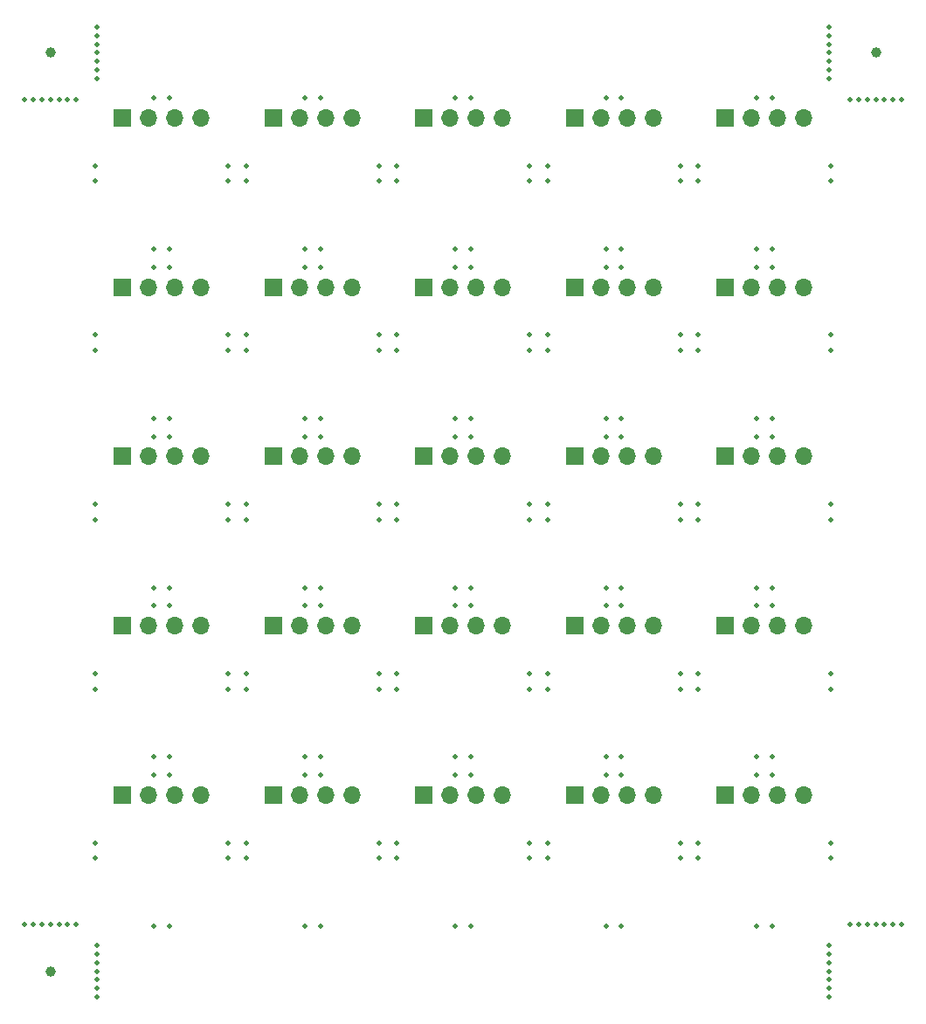
<source format=gbr>
%TF.GenerationSoftware,KiCad,Pcbnew,7.0.6-1.fc38*%
%TF.CreationDate,2023-07-31T16:19:08-04:00*%
%TF.ProjectId,bno085-i2c-board-v4-square-panel,626e6f30-3835-42d6-9932-632d626f6172,rev?*%
%TF.SameCoordinates,Original*%
%TF.FileFunction,Soldermask,Bot*%
%TF.FilePolarity,Negative*%
%FSLAX46Y46*%
G04 Gerber Fmt 4.6, Leading zero omitted, Abs format (unit mm)*
G04 Created by KiCad (PCBNEW 7.0.6-1.fc38) date 2023-07-31 16:19:08*
%MOMM*%
%LPD*%
G01*
G04 APERTURE LIST*
%ADD10C,0.500000*%
%ADD11R,1.700000X1.700000*%
%ADD12O,1.700000X1.700000*%
%ADD13C,1.000000*%
G04 APERTURE END LIST*
D10*
%TO.C,REF\u002A\u002A*%
X56350000Y-6875000D03*
%TD*%
%TO.C,REF\u002A\u002A*%
X41750000Y-39675000D03*
%TD*%
%TO.C,REF\u002A\u002A*%
X63525000Y-13450000D03*
%TD*%
D11*
%TO.C,J5*%
X9500000Y-74400000D03*
D12*
X12040000Y-74400000D03*
X14580000Y-74400000D03*
X17120000Y-74400000D03*
%TD*%
D10*
%TO.C,REF\u002A\u002A*%
X21475284Y-79050005D03*
%TD*%
D11*
%TO.C,J5*%
X24100000Y-8800000D03*
D12*
X26640000Y-8800000D03*
X29180000Y-8800000D03*
X31720000Y-8800000D03*
%TD*%
D10*
%TO.C,REF\u002A\u002A*%
X27150000Y-39675000D03*
%TD*%
%TO.C,REF\u002A\u002A*%
X41750000Y-87125000D03*
%TD*%
%TO.C,REF\u002A\u002A*%
X27150000Y-23275000D03*
%TD*%
%TO.C,REF\u002A\u002A*%
X6875285Y-46250005D03*
%TD*%
%TO.C,REF\u002A\u002A*%
X78000000Y-3333334D03*
%TD*%
%TO.C,REF\u002A\u002A*%
X80000000Y-7000000D03*
%TD*%
D11*
%TO.C,J5*%
X67900000Y-74400000D03*
D12*
X70440000Y-74400000D03*
X72980000Y-74400000D03*
X75520000Y-74400000D03*
%TD*%
D10*
%TO.C,REF\u002A\u002A*%
X27150000Y-54325000D03*
%TD*%
%TO.C,REF\u002A\u002A*%
X43250000Y-87125000D03*
%TD*%
%TO.C,REF\u002A\u002A*%
X6875357Y-80550005D03*
%TD*%
%TO.C,REF\u002A\u002A*%
X28650000Y-56075000D03*
%TD*%
%TO.C,REF\u002A\u002A*%
X80000000Y-87000000D03*
%TD*%
%TO.C,REF\u002A\u002A*%
X78125000Y-64150000D03*
%TD*%
%TO.C,REF\u002A\u002A*%
X50675356Y-80550005D03*
%TD*%
%TO.C,REF\u002A\u002A*%
X14050000Y-6875000D03*
%TD*%
%TO.C,REF\u002A\u002A*%
X0Y-87000000D03*
%TD*%
%TO.C,REF\u002A\u002A*%
X72450000Y-56075000D03*
%TD*%
%TO.C,REF\u002A\u002A*%
X14050000Y-72475000D03*
%TD*%
%TO.C,REF\u002A\u002A*%
X12550000Y-6875000D03*
%TD*%
%TO.C,REF\u002A\u002A*%
X27150000Y-56075000D03*
%TD*%
%TO.C,REF\u002A\u002A*%
X27150000Y-72475000D03*
%TD*%
%TO.C,REF\u002A\u002A*%
X70950000Y-87125000D03*
%TD*%
%TO.C,REF\u002A\u002A*%
X43250000Y-56075000D03*
%TD*%
%TO.C,REF\u002A\u002A*%
X80833333Y-7000000D03*
%TD*%
%TO.C,REF\u002A\u002A*%
X63525000Y-29850000D03*
%TD*%
%TO.C,REF\u002A\u002A*%
X28650000Y-39675000D03*
%TD*%
D11*
%TO.C,J5*%
X53300000Y-8800000D03*
D12*
X55840000Y-8800000D03*
X58380000Y-8800000D03*
X60920000Y-8800000D03*
%TD*%
D10*
%TO.C,REF\u002A\u002A*%
X43250000Y-39675000D03*
%TD*%
%TO.C,REF\u002A\u002A*%
X80833333Y-87000000D03*
%TD*%
%TO.C,REF\u002A\u002A*%
X78000000Y-89000000D03*
%TD*%
%TO.C,REF\u002A\u002A*%
X36075356Y-14950005D03*
%TD*%
%TO.C,REF\u002A\u002A*%
X70950000Y-56075000D03*
%TD*%
%TO.C,REF\u002A\u002A*%
X50675284Y-79050005D03*
%TD*%
%TO.C,REF\u002A\u002A*%
X57850000Y-70725000D03*
%TD*%
%TO.C,REF\u002A\u002A*%
X57850000Y-39675000D03*
%TD*%
%TO.C,REF\u002A\u002A*%
X72450000Y-6875000D03*
%TD*%
%TO.C,REF\u002A\u002A*%
X3333334Y-87000000D03*
%TD*%
%TO.C,REF\u002A\u002A*%
X50675284Y-13450006D03*
%TD*%
D11*
%TO.C,J5*%
X53300000Y-25200000D03*
D12*
X55840000Y-25200000D03*
X58380000Y-25200000D03*
X60920000Y-25200000D03*
%TD*%
D10*
%TO.C,REF\u002A\u002A*%
X12550000Y-37925000D03*
%TD*%
%TO.C,REF\u002A\u002A*%
X43250000Y-23275000D03*
%TD*%
%TO.C,REF\u002A\u002A*%
X65275284Y-46250005D03*
%TD*%
%TO.C,REF\u002A\u002A*%
X83333333Y-7000000D03*
%TD*%
%TO.C,REF\u002A\u002A*%
X4166667Y-87000000D03*
%TD*%
%TO.C,REF\u002A\u002A*%
X48925000Y-64150000D03*
%TD*%
D11*
%TO.C,J5*%
X38700000Y-58000000D03*
D12*
X41240000Y-58000000D03*
X43780000Y-58000000D03*
X46320000Y-58000000D03*
%TD*%
D10*
%TO.C,REF\u002A\u002A*%
X57850000Y-72475000D03*
%TD*%
%TO.C,REF\u002A\u002A*%
X72450000Y-72475000D03*
%TD*%
%TO.C,REF\u002A\u002A*%
X21475356Y-80550005D03*
%TD*%
D11*
%TO.C,J5*%
X67900000Y-25200000D03*
D12*
X70440000Y-25200000D03*
X72980000Y-25200000D03*
X75520000Y-25200000D03*
%TD*%
D10*
%TO.C,REF\u002A\u002A*%
X27150000Y-6875000D03*
%TD*%
%TO.C,REF\u002A\u002A*%
X4166667Y-7000000D03*
%TD*%
%TO.C,REF\u002A\u002A*%
X14050000Y-37925000D03*
%TD*%
%TO.C,REF\u002A\u002A*%
X78000000Y-92333333D03*
%TD*%
%TO.C,REF\u002A\u002A*%
X50675356Y-14950005D03*
%TD*%
%TO.C,REF\u002A\u002A*%
X50675356Y-47750005D03*
%TD*%
%TO.C,REF\u002A\u002A*%
X56350000Y-21525000D03*
%TD*%
D11*
%TO.C,J5*%
X53300000Y-58000000D03*
D12*
X55840000Y-58000000D03*
X58380000Y-58000000D03*
X60920000Y-58000000D03*
%TD*%
D10*
%TO.C,REF\u002A\u002A*%
X82500000Y-7000000D03*
%TD*%
%TO.C,REF\u002A\u002A*%
X12550000Y-70725000D03*
%TD*%
%TO.C,REF\u002A\u002A*%
X7000000Y-5000000D03*
%TD*%
%TO.C,REF\u002A\u002A*%
X27150000Y-70725000D03*
%TD*%
%TO.C,REF\u002A\u002A*%
X833334Y-7000000D03*
%TD*%
%TO.C,REF\u002A\u002A*%
X43250000Y-70725000D03*
%TD*%
%TO.C,REF\u002A\u002A*%
X12550000Y-21525000D03*
%TD*%
%TO.C,REF\u002A\u002A*%
X72450000Y-21525000D03*
%TD*%
%TO.C,REF\u002A\u002A*%
X56350000Y-72475000D03*
%TD*%
D11*
%TO.C,J5*%
X24100000Y-74400000D03*
D12*
X26640000Y-74400000D03*
X29180000Y-74400000D03*
X31720000Y-74400000D03*
%TD*%
D10*
%TO.C,REF\u002A\u002A*%
X57850000Y-54325000D03*
%TD*%
%TO.C,REF\u002A\u002A*%
X28650000Y-21525000D03*
%TD*%
%TO.C,REF\u002A\u002A*%
X57850000Y-56075000D03*
%TD*%
%TO.C,REF\u002A\u002A*%
X14050000Y-39675000D03*
%TD*%
%TO.C,REF\u002A\u002A*%
X19725000Y-29850000D03*
%TD*%
%TO.C,REF\u002A\u002A*%
X7000000Y-4166667D03*
%TD*%
%TO.C,REF\u002A\u002A*%
X12550000Y-23275000D03*
%TD*%
%TO.C,REF\u002A\u002A*%
X48925000Y-31350000D03*
%TD*%
%TO.C,REF\u002A\u002A*%
X28650000Y-54325000D03*
%TD*%
%TO.C,REF\u002A\u002A*%
X27150000Y-87125000D03*
%TD*%
%TO.C,REF\u002A\u002A*%
X28650000Y-37925000D03*
%TD*%
%TO.C,REF\u002A\u002A*%
X56350000Y-56075000D03*
%TD*%
%TO.C,REF\u002A\u002A*%
X7000000Y-89833333D03*
%TD*%
%TO.C,REF\u002A\u002A*%
X7000000Y-90666666D03*
%TD*%
%TO.C,REF\u002A\u002A*%
X14050000Y-56075000D03*
%TD*%
%TO.C,REF\u002A\u002A*%
X43250000Y-37925000D03*
%TD*%
%TO.C,REF\u002A\u002A*%
X78000000Y-5000000D03*
%TD*%
%TO.C,REF\u002A\u002A*%
X56350000Y-37925000D03*
%TD*%
%TO.C,REF\u002A\u002A*%
X21475284Y-62650005D03*
%TD*%
%TO.C,REF\u002A\u002A*%
X21475356Y-64150005D03*
%TD*%
%TO.C,REF\u002A\u002A*%
X57850000Y-6875000D03*
%TD*%
%TO.C,REF\u002A\u002A*%
X78125000Y-14950000D03*
%TD*%
%TO.C,REF\u002A\u002A*%
X48925000Y-14950000D03*
%TD*%
%TO.C,REF\u002A\u002A*%
X78000000Y-4166667D03*
%TD*%
%TO.C,REF\u002A\u002A*%
X21475284Y-29850005D03*
%TD*%
%TO.C,REF\u002A\u002A*%
X7000000Y-89000000D03*
%TD*%
%TO.C,REF\u002A\u002A*%
X78000000Y-89833333D03*
%TD*%
%TO.C,REF\u002A\u002A*%
X12550000Y-56075000D03*
%TD*%
%TO.C,REF\u002A\u002A*%
X48925000Y-80550000D03*
%TD*%
%TO.C,REF\u002A\u002A*%
X27150000Y-21525000D03*
%TD*%
%TO.C,REF\u002A\u002A*%
X57850000Y-37925000D03*
%TD*%
%TO.C,REF\u002A\u002A*%
X28650000Y-87125000D03*
%TD*%
%TO.C,REF\u002A\u002A*%
X65275356Y-31350005D03*
%TD*%
%TO.C,REF\u002A\u002A*%
X70950000Y-70725000D03*
%TD*%
D11*
%TO.C,J5*%
X67900000Y-8800000D03*
D12*
X70440000Y-8800000D03*
X72980000Y-8800000D03*
X75520000Y-8800000D03*
%TD*%
D10*
%TO.C,REF\u002A\u002A*%
X41750000Y-37925000D03*
%TD*%
%TO.C,REF\u002A\u002A*%
X34325000Y-47750000D03*
%TD*%
%TO.C,REF\u002A\u002A*%
X48925000Y-62650000D03*
%TD*%
%TO.C,REF\u002A\u002A*%
X56350000Y-39675000D03*
%TD*%
%TO.C,REF\u002A\u002A*%
X6875357Y-47750005D03*
%TD*%
%TO.C,REF\u002A\u002A*%
X43250000Y-72475000D03*
%TD*%
%TO.C,REF\u002A\u002A*%
X3333334Y-7000000D03*
%TD*%
%TO.C,REF\u002A\u002A*%
X50675356Y-64150005D03*
%TD*%
%TO.C,REF\u002A\u002A*%
X82500000Y-87000000D03*
%TD*%
%TO.C,REF\u002A\u002A*%
X41750000Y-23275000D03*
%TD*%
%TO.C,REF\u002A\u002A*%
X65275284Y-29850005D03*
%TD*%
%TO.C,REF\u002A\u002A*%
X78000000Y-90666666D03*
%TD*%
%TO.C,REF\u002A\u002A*%
X34325000Y-46250000D03*
%TD*%
%TO.C,REF\u002A\u002A*%
X34325000Y-14950000D03*
%TD*%
%TO.C,REF\u002A\u002A*%
X7000000Y-2500000D03*
%TD*%
%TO.C,REF\u002A\u002A*%
X21475356Y-31350005D03*
%TD*%
%TO.C,REF\u002A\u002A*%
X36075284Y-13450006D03*
%TD*%
%TO.C,REF\u002A\u002A*%
X70950000Y-23275000D03*
%TD*%
D11*
%TO.C,J5*%
X53300000Y-41600000D03*
D12*
X55840000Y-41600000D03*
X58380000Y-41600000D03*
X60920000Y-41600000D03*
%TD*%
D10*
%TO.C,REF\u002A\u002A*%
X70950000Y-54325000D03*
%TD*%
%TO.C,REF\u002A\u002A*%
X78000000Y-833334D03*
%TD*%
%TO.C,REF\u002A\u002A*%
X7000000Y0D03*
%TD*%
%TO.C,REF\u002A\u002A*%
X6875357Y-14950005D03*
%TD*%
%TO.C,REF\u002A\u002A*%
X43250000Y-6875000D03*
%TD*%
%TO.C,REF\u002A\u002A*%
X19725000Y-79050000D03*
%TD*%
%TO.C,REF\u002A\u002A*%
X1666667Y-7000000D03*
%TD*%
%TO.C,REF\u002A\u002A*%
X36075356Y-64150005D03*
%TD*%
%TO.C,REF\u002A\u002A*%
X65275356Y-64150005D03*
%TD*%
%TO.C,REF\u002A\u002A*%
X14050000Y-87125000D03*
%TD*%
%TO.C,REF\u002A\u002A*%
X65275356Y-47750005D03*
%TD*%
%TO.C,REF\u002A\u002A*%
X63525000Y-64150000D03*
%TD*%
D11*
%TO.C,J5*%
X24100000Y-25200000D03*
D12*
X26640000Y-25200000D03*
X29180000Y-25200000D03*
X31720000Y-25200000D03*
%TD*%
D10*
%TO.C,REF\u002A\u002A*%
X84166666Y-7000000D03*
%TD*%
%TO.C,REF\u002A\u002A*%
X14050000Y-70725000D03*
%TD*%
%TO.C,REF\u002A\u002A*%
X12550000Y-72475000D03*
%TD*%
%TO.C,REF\u002A\u002A*%
X70950000Y-6875000D03*
%TD*%
%TO.C,REF\u002A\u002A*%
X57850000Y-21525000D03*
%TD*%
%TO.C,REF\u002A\u002A*%
X34325000Y-79050000D03*
%TD*%
%TO.C,REF\u002A\u002A*%
X48925000Y-13450000D03*
%TD*%
%TO.C,REF\u002A\u002A*%
X5000000Y-7000000D03*
%TD*%
%TO.C,REF\u002A\u002A*%
X36075284Y-46250005D03*
%TD*%
%TO.C,REF\u002A\u002A*%
X56350000Y-87125000D03*
%TD*%
%TO.C,REF\u002A\u002A*%
X63525000Y-14950000D03*
%TD*%
%TO.C,REF\u002A\u002A*%
X50675284Y-29850005D03*
%TD*%
%TO.C,REF\u002A\u002A*%
X7000000Y-3333334D03*
%TD*%
%TO.C,REF\u002A\u002A*%
X78000000Y-2500000D03*
%TD*%
%TO.C,REF\u002A\u002A*%
X21475356Y-47750005D03*
%TD*%
%TO.C,REF\u002A\u002A*%
X7000000Y-833334D03*
%TD*%
%TO.C,REF\u002A\u002A*%
X83333333Y-87000000D03*
%TD*%
%TO.C,REF\u002A\u002A*%
X50675284Y-62650005D03*
%TD*%
%TO.C,REF\u002A\u002A*%
X43250000Y-21525000D03*
%TD*%
%TO.C,REF\u002A\u002A*%
X36075356Y-31350005D03*
%TD*%
%TO.C,REF\u002A\u002A*%
X19725000Y-62650000D03*
%TD*%
%TO.C,REF\u002A\u002A*%
X65275284Y-13450006D03*
%TD*%
%TO.C,REF\u002A\u002A*%
X72450000Y-87125000D03*
%TD*%
%TO.C,REF\u002A\u002A*%
X56350000Y-54325000D03*
%TD*%
D11*
%TO.C,J5*%
X67900000Y-41600000D03*
D12*
X70440000Y-41600000D03*
X72980000Y-41600000D03*
X75520000Y-41600000D03*
%TD*%
D10*
%TO.C,REF\u002A\u002A*%
X34325000Y-64150000D03*
%TD*%
%TO.C,REF\u002A\u002A*%
X57850000Y-87125000D03*
%TD*%
%TO.C,REF\u002A\u002A*%
X78000000Y-1666667D03*
%TD*%
%TO.C,REF\u002A\u002A*%
X41750000Y-54325000D03*
%TD*%
D11*
%TO.C,J5*%
X9500000Y-58000000D03*
D12*
X12040000Y-58000000D03*
X14580000Y-58000000D03*
X17120000Y-58000000D03*
%TD*%
D11*
%TO.C,J5*%
X67900000Y-58000000D03*
D12*
X70440000Y-58000000D03*
X72980000Y-58000000D03*
X75520000Y-58000000D03*
%TD*%
D11*
%TO.C,J5*%
X38700000Y-8800000D03*
D12*
X41240000Y-8800000D03*
X43780000Y-8800000D03*
X46320000Y-8800000D03*
%TD*%
D10*
%TO.C,REF\u002A\u002A*%
X41750000Y-72475000D03*
%TD*%
%TO.C,REF\u002A\u002A*%
X72450000Y-39675000D03*
%TD*%
D11*
%TO.C,J5*%
X24100000Y-41600000D03*
D12*
X26640000Y-41600000D03*
X29180000Y-41600000D03*
X31720000Y-41600000D03*
%TD*%
D10*
%TO.C,REF\u002A\u002A*%
X78125000Y-29850000D03*
%TD*%
%TO.C,REF\u002A\u002A*%
X34325000Y-31350000D03*
%TD*%
%TO.C,REF\u002A\u002A*%
X12550000Y-54325000D03*
%TD*%
%TO.C,REF\u002A\u002A*%
X7000000Y-1666667D03*
%TD*%
%TO.C,REF\u002A\u002A*%
X14050000Y-21525000D03*
%TD*%
%TO.C,REF\u002A\u002A*%
X28650000Y-72475000D03*
%TD*%
%TO.C,REF\u002A\u002A*%
X78000000Y0D03*
%TD*%
%TO.C,REF\u002A\u002A*%
X78125000Y-13450000D03*
%TD*%
%TO.C,REF\u002A\u002A*%
X78125000Y-79050000D03*
%TD*%
D11*
%TO.C,J5*%
X38700000Y-41600000D03*
D12*
X41240000Y-41600000D03*
X43780000Y-41600000D03*
X46320000Y-41600000D03*
%TD*%
D10*
%TO.C,REF\u002A\u002A*%
X70950000Y-39675000D03*
%TD*%
%TO.C,REF\u002A\u002A*%
X19725000Y-31350000D03*
%TD*%
%TO.C,REF\u002A\u002A*%
X78000000Y-91500000D03*
%TD*%
%TO.C,REF\u002A\u002A*%
X57850000Y-23275000D03*
%TD*%
%TO.C,REF\u002A\u002A*%
X70950000Y-21525000D03*
%TD*%
%TO.C,REF\u002A\u002A*%
X41750000Y-21525000D03*
%TD*%
%TO.C,REF\u002A\u002A*%
X2500000Y-7000000D03*
%TD*%
%TO.C,REF\u002A\u002A*%
X48925000Y-29850000D03*
%TD*%
D11*
%TO.C,J5*%
X9500000Y-8800000D03*
D12*
X12040000Y-8800000D03*
X14580000Y-8800000D03*
X17120000Y-8800000D03*
%TD*%
D11*
%TO.C,J5*%
X24100000Y-58000000D03*
D12*
X26640000Y-58000000D03*
X29180000Y-58000000D03*
X31720000Y-58000000D03*
%TD*%
D11*
%TO.C,J5*%
X38700000Y-74400000D03*
D12*
X41240000Y-74400000D03*
X43780000Y-74400000D03*
X46320000Y-74400000D03*
%TD*%
D10*
%TO.C,REF\u002A\u002A*%
X85000000Y-87000000D03*
%TD*%
%TO.C,REF\u002A\u002A*%
X48925000Y-79050000D03*
%TD*%
%TO.C,REF\u002A\u002A*%
X41750000Y-56075000D03*
%TD*%
%TO.C,REF\u002A\u002A*%
X36075284Y-79050005D03*
%TD*%
%TO.C,REF\u002A\u002A*%
X65275284Y-62650005D03*
%TD*%
%TO.C,REF\u002A\u002A*%
X85000000Y-7000000D03*
%TD*%
%TO.C,REF\u002A\u002A*%
X12550000Y-87125000D03*
%TD*%
%TO.C,REF\u002A\u002A*%
X7000000Y-92333333D03*
%TD*%
%TO.C,REF\u002A\u002A*%
X63525000Y-80550000D03*
%TD*%
%TO.C,REF\u002A\u002A*%
X19725000Y-47750000D03*
%TD*%
%TO.C,REF\u002A\u002A*%
X63525000Y-46250000D03*
%TD*%
%TO.C,REF\u002A\u002A*%
X65275356Y-14950005D03*
%TD*%
%TO.C,REF\u002A\u002A*%
X19725000Y-14950000D03*
%TD*%
%TO.C,REF\u002A\u002A*%
X34325000Y-80550000D03*
%TD*%
%TO.C,REF\u002A\u002A*%
X19725000Y-13450000D03*
%TD*%
%TO.C,REF\u002A\u002A*%
X63525000Y-62650000D03*
%TD*%
%TO.C,REF\u002A\u002A*%
X81666666Y-87000000D03*
%TD*%
%TO.C,REF\u002A\u002A*%
X28650000Y-70725000D03*
%TD*%
%TO.C,REF\u002A\u002A*%
X50675356Y-31350005D03*
%TD*%
%TO.C,REF\u002A\u002A*%
X21475284Y-13450006D03*
%TD*%
%TO.C,REF\u002A\u002A*%
X63525000Y-79050000D03*
%TD*%
%TO.C,REF\u002A\u002A*%
X72450000Y-70725000D03*
%TD*%
%TO.C,REF\u002A\u002A*%
X6875357Y-64150005D03*
%TD*%
%TO.C,REF\u002A\u002A*%
X72450000Y-37925000D03*
%TD*%
%TO.C,REF\u002A\u002A*%
X28650000Y-6875000D03*
%TD*%
%TO.C,REF\u002A\u002A*%
X36075356Y-47750005D03*
%TD*%
%TO.C,REF\u002A\u002A*%
X19725000Y-64150000D03*
%TD*%
%TO.C,REF\u002A\u002A*%
X6875357Y-31350005D03*
%TD*%
D11*
%TO.C,J5*%
X53300000Y-74400000D03*
D12*
X55840000Y-74400000D03*
X58380000Y-74400000D03*
X60920000Y-74400000D03*
%TD*%
D10*
%TO.C,REF\u002A\u002A*%
X12550000Y-39675000D03*
%TD*%
%TO.C,REF\u002A\u002A*%
X2500000Y-87000000D03*
%TD*%
%TO.C,REF\u002A\u002A*%
X833334Y-87000000D03*
%TD*%
%TO.C,REF\u002A\u002A*%
X7000000Y-94000000D03*
%TD*%
%TO.C,REF\u002A\u002A*%
X78125000Y-46250000D03*
%TD*%
%TO.C,REF\u002A\u002A*%
X36075284Y-62650005D03*
%TD*%
%TO.C,REF\u002A\u002A*%
X7000000Y-91500000D03*
%TD*%
%TO.C,REF\u002A\u002A*%
X48925000Y-46250000D03*
%TD*%
%TO.C,REF\u002A\u002A*%
X14050000Y-54325000D03*
%TD*%
%TO.C,REF\u002A\u002A*%
X34325000Y-62650000D03*
%TD*%
%TO.C,REF\u002A\u002A*%
X0Y-7000000D03*
%TD*%
%TO.C,REF\u002A\u002A*%
X65275356Y-80550005D03*
%TD*%
%TO.C,REF\u002A\u002A*%
X70950000Y-72475000D03*
%TD*%
%TO.C,REF\u002A\u002A*%
X41750000Y-6875000D03*
%TD*%
%TO.C,REF\u002A\u002A*%
X78125000Y-80550000D03*
%TD*%
%TO.C,REF\u002A\u002A*%
X43250000Y-54325000D03*
%TD*%
%TO.C,REF\u002A\u002A*%
X78125000Y-62650000D03*
%TD*%
%TO.C,REF\u002A\u002A*%
X6875285Y-13450006D03*
%TD*%
%TO.C,REF\u002A\u002A*%
X78125000Y-47750000D03*
%TD*%
%TO.C,REF\u002A\u002A*%
X56350000Y-70725000D03*
%TD*%
%TO.C,REF\u002A\u002A*%
X48925000Y-47750000D03*
%TD*%
%TO.C,REF\u002A\u002A*%
X50675284Y-46250005D03*
%TD*%
%TO.C,REF\u002A\u002A*%
X41750000Y-70725000D03*
%TD*%
%TO.C,REF\u002A\u002A*%
X84166666Y-87000000D03*
%TD*%
D11*
%TO.C,J5*%
X9500000Y-41600000D03*
D12*
X12040000Y-41600000D03*
X14580000Y-41600000D03*
X17120000Y-41600000D03*
%TD*%
D10*
%TO.C,REF\u002A\u002A*%
X28650000Y-23275000D03*
%TD*%
%TO.C,REF\u002A\u002A*%
X34325000Y-13450000D03*
%TD*%
%TO.C,REF\u002A\u002A*%
X5000000Y-87000000D03*
%TD*%
%TO.C,REF\u002A\u002A*%
X14050000Y-23275000D03*
%TD*%
%TO.C,REF\u002A\u002A*%
X78125000Y-31350000D03*
%TD*%
%TO.C,REF\u002A\u002A*%
X6875285Y-62650005D03*
%TD*%
%TO.C,REF\u002A\u002A*%
X6875285Y-29850005D03*
%TD*%
%TO.C,REF\u002A\u002A*%
X78000000Y-93166666D03*
%TD*%
%TO.C,REF\u002A\u002A*%
X70950000Y-37925000D03*
%TD*%
%TO.C,REF\u002A\u002A*%
X34325000Y-29850000D03*
%TD*%
%TO.C,REF\u002A\u002A*%
X27150000Y-37925000D03*
%TD*%
%TO.C,REF\u002A\u002A*%
X36075284Y-29850005D03*
%TD*%
%TO.C,REF\u002A\u002A*%
X7000000Y-93166666D03*
%TD*%
%TO.C,REF\u002A\u002A*%
X78000000Y-94000000D03*
%TD*%
%TO.C,REF\u002A\u002A*%
X21475284Y-46250005D03*
%TD*%
%TO.C,REF\u002A\u002A*%
X63525000Y-47750000D03*
%TD*%
%TO.C,REF\u002A\u002A*%
X19725000Y-80550000D03*
%TD*%
D11*
%TO.C,J5*%
X9500000Y-25200000D03*
D12*
X12040000Y-25200000D03*
X14580000Y-25200000D03*
X17120000Y-25200000D03*
%TD*%
D10*
%TO.C,REF\u002A\u002A*%
X19725000Y-46250000D03*
%TD*%
%TO.C,REF\u002A\u002A*%
X36075356Y-80550005D03*
%TD*%
%TO.C,REF\u002A\u002A*%
X1666667Y-87000000D03*
%TD*%
%TO.C,REF\u002A\u002A*%
X6875285Y-79050005D03*
%TD*%
%TO.C,REF\u002A\u002A*%
X72450000Y-23275000D03*
%TD*%
%TO.C,REF\u002A\u002A*%
X72450000Y-54325000D03*
%TD*%
%TO.C,REF\u002A\u002A*%
X21475356Y-14950005D03*
%TD*%
%TO.C,REF\u002A\u002A*%
X65275284Y-79050005D03*
%TD*%
%TO.C,REF\u002A\u002A*%
X81666666Y-7000000D03*
%TD*%
%TO.C,REF\u002A\u002A*%
X63525000Y-31350000D03*
%TD*%
D11*
%TO.C,J5*%
X38700000Y-25200000D03*
D12*
X41240000Y-25200000D03*
X43780000Y-25200000D03*
X46320000Y-25200000D03*
%TD*%
D10*
%TO.C,REF\u002A\u002A*%
X56350000Y-23275000D03*
%TD*%
D13*
%TO.C,REF\u002A\u002A*%
X2500000Y-91500000D03*
%TD*%
%TO.C,REF\u002A\u002A*%
X82500000Y-2500000D03*
%TD*%
%TO.C,REF\u002A\u002A*%
X2500000Y-2500000D03*
%TD*%
M02*

</source>
